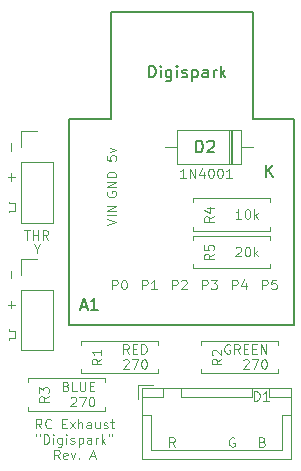
<source format=gto>
G04 #@! TF.GenerationSoftware,KiCad,Pcbnew,(5.1.8)-1*
G04 #@! TF.CreationDate,2023-12-01T01:38:55+01:00*
G04 #@! TF.ProjectId,RC Exhaust Digispark,52432045-7868-4617-9573-742044696769,rev?*
G04 #@! TF.SameCoordinates,Original*
G04 #@! TF.FileFunction,Legend,Top*
G04 #@! TF.FilePolarity,Positive*
%FSLAX46Y46*%
G04 Gerber Fmt 4.6, Leading zero omitted, Abs format (unit mm)*
G04 Created by KiCad (PCBNEW (5.1.8)-1) date 2023-12-01 01:38:55*
%MOMM*%
%LPD*%
G01*
G04 APERTURE LIST*
%ADD10C,0.100000*%
%ADD11C,0.120000*%
%ADD12C,0.150000*%
G04 APERTURE END LIST*
D10*
X121977142Y-104336857D02*
X122091428Y-104374952D01*
X122129523Y-104413047D01*
X122167619Y-104489238D01*
X122167619Y-104603523D01*
X122129523Y-104679714D01*
X122091428Y-104717809D01*
X122015238Y-104755904D01*
X121710476Y-104755904D01*
X121710476Y-103955904D01*
X121977142Y-103955904D01*
X122053333Y-103994000D01*
X122091428Y-104032095D01*
X122129523Y-104108285D01*
X122129523Y-104184476D01*
X122091428Y-104260666D01*
X122053333Y-104298761D01*
X121977142Y-104336857D01*
X121710476Y-104336857D01*
X119589523Y-103994000D02*
X119513333Y-103955904D01*
X119399047Y-103955904D01*
X119284761Y-103994000D01*
X119208571Y-104070190D01*
X119170476Y-104146380D01*
X119132380Y-104298761D01*
X119132380Y-104413047D01*
X119170476Y-104565428D01*
X119208571Y-104641619D01*
X119284761Y-104717809D01*
X119399047Y-104755904D01*
X119475238Y-104755904D01*
X119589523Y-104717809D01*
X119627619Y-104679714D01*
X119627619Y-104413047D01*
X119475238Y-104413047D01*
X114547619Y-104755904D02*
X114280952Y-104374952D01*
X114090476Y-104755904D02*
X114090476Y-103955904D01*
X114395238Y-103955904D01*
X114471428Y-103994000D01*
X114509523Y-104032095D01*
X114547619Y-104108285D01*
X114547619Y-104222571D01*
X114509523Y-104298761D01*
X114471428Y-104336857D01*
X114395238Y-104374952D01*
X114090476Y-104374952D01*
X119213809Y-96120000D02*
X119137619Y-96081904D01*
X119023333Y-96081904D01*
X118909047Y-96120000D01*
X118832857Y-96196190D01*
X118794761Y-96272380D01*
X118756666Y-96424761D01*
X118756666Y-96539047D01*
X118794761Y-96691428D01*
X118832857Y-96767619D01*
X118909047Y-96843809D01*
X119023333Y-96881904D01*
X119099523Y-96881904D01*
X119213809Y-96843809D01*
X119251904Y-96805714D01*
X119251904Y-96539047D01*
X119099523Y-96539047D01*
X120051904Y-96881904D02*
X119785238Y-96500952D01*
X119594761Y-96881904D02*
X119594761Y-96081904D01*
X119899523Y-96081904D01*
X119975714Y-96120000D01*
X120013809Y-96158095D01*
X120051904Y-96234285D01*
X120051904Y-96348571D01*
X120013809Y-96424761D01*
X119975714Y-96462857D01*
X119899523Y-96500952D01*
X119594761Y-96500952D01*
X120394761Y-96462857D02*
X120661428Y-96462857D01*
X120775714Y-96881904D02*
X120394761Y-96881904D01*
X120394761Y-96081904D01*
X120775714Y-96081904D01*
X121118571Y-96462857D02*
X121385238Y-96462857D01*
X121499523Y-96881904D02*
X121118571Y-96881904D01*
X121118571Y-96081904D01*
X121499523Y-96081904D01*
X121842380Y-96881904D02*
X121842380Y-96081904D01*
X122299523Y-96881904D01*
X122299523Y-96081904D01*
X110653809Y-96881904D02*
X110387142Y-96500952D01*
X110196666Y-96881904D02*
X110196666Y-96081904D01*
X110501428Y-96081904D01*
X110577619Y-96120000D01*
X110615714Y-96158095D01*
X110653809Y-96234285D01*
X110653809Y-96348571D01*
X110615714Y-96424761D01*
X110577619Y-96462857D01*
X110501428Y-96500952D01*
X110196666Y-96500952D01*
X110996666Y-96462857D02*
X111263333Y-96462857D01*
X111377619Y-96881904D02*
X110996666Y-96881904D01*
X110996666Y-96081904D01*
X111377619Y-96081904D01*
X111720476Y-96881904D02*
X111720476Y-96081904D01*
X111910952Y-96081904D01*
X112025238Y-96120000D01*
X112101428Y-96196190D01*
X112139523Y-96272380D01*
X112177619Y-96424761D01*
X112177619Y-96539047D01*
X112139523Y-96691428D01*
X112101428Y-96767619D01*
X112025238Y-96843809D01*
X111910952Y-96881904D01*
X111720476Y-96881904D01*
X105332619Y-99637857D02*
X105446904Y-99675952D01*
X105485000Y-99714047D01*
X105523095Y-99790238D01*
X105523095Y-99904523D01*
X105485000Y-99980714D01*
X105446904Y-100018809D01*
X105370714Y-100056904D01*
X105065952Y-100056904D01*
X105065952Y-99256904D01*
X105332619Y-99256904D01*
X105408809Y-99295000D01*
X105446904Y-99333095D01*
X105485000Y-99409285D01*
X105485000Y-99485476D01*
X105446904Y-99561666D01*
X105408809Y-99599761D01*
X105332619Y-99637857D01*
X105065952Y-99637857D01*
X106246904Y-100056904D02*
X105865952Y-100056904D01*
X105865952Y-99256904D01*
X106513571Y-99256904D02*
X106513571Y-99904523D01*
X106551666Y-99980714D01*
X106589761Y-100018809D01*
X106665952Y-100056904D01*
X106818333Y-100056904D01*
X106894523Y-100018809D01*
X106932619Y-99980714D01*
X106970714Y-99904523D01*
X106970714Y-99256904D01*
X107351666Y-99637857D02*
X107618333Y-99637857D01*
X107732619Y-100056904D02*
X107351666Y-100056904D01*
X107351666Y-99256904D01*
X107732619Y-99256904D01*
X100716142Y-93014761D02*
X100716142Y-92405238D01*
X101020904Y-92710000D02*
X100411380Y-92710000D01*
X100716142Y-90474761D02*
X100716142Y-89865238D01*
D11*
X101001900Y-95555500D02*
X100493900Y-95555500D01*
X101001900Y-94920500D02*
X101001900Y-95555500D01*
X100493900Y-94920500D02*
X100493900Y-94793500D01*
X100493900Y-94920500D02*
X101001900Y-94920500D01*
X100493900Y-95555500D02*
X100493900Y-95682500D01*
D10*
X102870000Y-87991952D02*
X102870000Y-88372904D01*
X102603333Y-87572904D02*
X102870000Y-87991952D01*
X103136666Y-87572904D01*
D11*
X100493900Y-84125500D02*
X101001900Y-84125500D01*
X100493900Y-84125500D02*
X100493900Y-83998500D01*
X101001900Y-84125500D02*
X101001900Y-84760500D01*
X101001900Y-84760500D02*
X100493900Y-84760500D01*
X100493900Y-84760500D02*
X100493900Y-84887500D01*
D10*
X100716142Y-82219761D02*
X100716142Y-81610238D01*
X101020904Y-81915000D02*
X100411380Y-81915000D01*
X100716142Y-79679761D02*
X100716142Y-79070238D01*
X101822380Y-86429904D02*
X102279523Y-86429904D01*
X102050952Y-87229904D02*
X102050952Y-86429904D01*
X102546190Y-87229904D02*
X102546190Y-86429904D01*
X102546190Y-86810857D02*
X103003333Y-86810857D01*
X103003333Y-87229904D02*
X103003333Y-86429904D01*
X103841428Y-87229904D02*
X103574761Y-86848952D01*
X103384285Y-87229904D02*
X103384285Y-86429904D01*
X103689047Y-86429904D01*
X103765238Y-86468000D01*
X103803333Y-86506095D01*
X103841428Y-86582285D01*
X103841428Y-86696571D01*
X103803333Y-86772761D01*
X103765238Y-86810857D01*
X103689047Y-86848952D01*
X103384285Y-86848952D01*
X103264047Y-103201904D02*
X102997380Y-102820952D01*
X102806904Y-103201904D02*
X102806904Y-102401904D01*
X103111666Y-102401904D01*
X103187857Y-102440000D01*
X103225952Y-102478095D01*
X103264047Y-102554285D01*
X103264047Y-102668571D01*
X103225952Y-102744761D01*
X103187857Y-102782857D01*
X103111666Y-102820952D01*
X102806904Y-102820952D01*
X104064047Y-103125714D02*
X104025952Y-103163809D01*
X103911666Y-103201904D01*
X103835476Y-103201904D01*
X103721190Y-103163809D01*
X103645000Y-103087619D01*
X103606904Y-103011428D01*
X103568809Y-102859047D01*
X103568809Y-102744761D01*
X103606904Y-102592380D01*
X103645000Y-102516190D01*
X103721190Y-102440000D01*
X103835476Y-102401904D01*
X103911666Y-102401904D01*
X104025952Y-102440000D01*
X104064047Y-102478095D01*
X105016428Y-102782857D02*
X105283095Y-102782857D01*
X105397380Y-103201904D02*
X105016428Y-103201904D01*
X105016428Y-102401904D01*
X105397380Y-102401904D01*
X105664047Y-103201904D02*
X106083095Y-102668571D01*
X105664047Y-102668571D02*
X106083095Y-103201904D01*
X106387857Y-103201904D02*
X106387857Y-102401904D01*
X106730714Y-103201904D02*
X106730714Y-102782857D01*
X106692619Y-102706666D01*
X106616428Y-102668571D01*
X106502142Y-102668571D01*
X106425952Y-102706666D01*
X106387857Y-102744761D01*
X107454523Y-103201904D02*
X107454523Y-102782857D01*
X107416428Y-102706666D01*
X107340238Y-102668571D01*
X107187857Y-102668571D01*
X107111666Y-102706666D01*
X107454523Y-103163809D02*
X107378333Y-103201904D01*
X107187857Y-103201904D01*
X107111666Y-103163809D01*
X107073571Y-103087619D01*
X107073571Y-103011428D01*
X107111666Y-102935238D01*
X107187857Y-102897142D01*
X107378333Y-102897142D01*
X107454523Y-102859047D01*
X108178333Y-102668571D02*
X108178333Y-103201904D01*
X107835476Y-102668571D02*
X107835476Y-103087619D01*
X107873571Y-103163809D01*
X107949761Y-103201904D01*
X108064047Y-103201904D01*
X108140238Y-103163809D01*
X108178333Y-103125714D01*
X108521190Y-103163809D02*
X108597380Y-103201904D01*
X108749761Y-103201904D01*
X108825952Y-103163809D01*
X108864047Y-103087619D01*
X108864047Y-103049523D01*
X108825952Y-102973333D01*
X108749761Y-102935238D01*
X108635476Y-102935238D01*
X108559285Y-102897142D01*
X108521190Y-102820952D01*
X108521190Y-102782857D01*
X108559285Y-102706666D01*
X108635476Y-102668571D01*
X108749761Y-102668571D01*
X108825952Y-102706666D01*
X109092619Y-102668571D02*
X109397380Y-102668571D01*
X109206904Y-102401904D02*
X109206904Y-103087619D01*
X109245000Y-103163809D01*
X109321190Y-103201904D01*
X109397380Y-103201904D01*
X102825952Y-103701904D02*
X102825952Y-103854285D01*
X103130714Y-103701904D02*
X103130714Y-103854285D01*
X103473571Y-104501904D02*
X103473571Y-103701904D01*
X103664047Y-103701904D01*
X103778333Y-103740000D01*
X103854523Y-103816190D01*
X103892619Y-103892380D01*
X103930714Y-104044761D01*
X103930714Y-104159047D01*
X103892619Y-104311428D01*
X103854523Y-104387619D01*
X103778333Y-104463809D01*
X103664047Y-104501904D01*
X103473571Y-104501904D01*
X104273571Y-104501904D02*
X104273571Y-103968571D01*
X104273571Y-103701904D02*
X104235476Y-103740000D01*
X104273571Y-103778095D01*
X104311666Y-103740000D01*
X104273571Y-103701904D01*
X104273571Y-103778095D01*
X104997380Y-103968571D02*
X104997380Y-104616190D01*
X104959285Y-104692380D01*
X104921190Y-104730476D01*
X104845000Y-104768571D01*
X104730714Y-104768571D01*
X104654523Y-104730476D01*
X104997380Y-104463809D02*
X104921190Y-104501904D01*
X104768809Y-104501904D01*
X104692619Y-104463809D01*
X104654523Y-104425714D01*
X104616428Y-104349523D01*
X104616428Y-104120952D01*
X104654523Y-104044761D01*
X104692619Y-104006666D01*
X104768809Y-103968571D01*
X104921190Y-103968571D01*
X104997380Y-104006666D01*
X105378333Y-104501904D02*
X105378333Y-103968571D01*
X105378333Y-103701904D02*
X105340238Y-103740000D01*
X105378333Y-103778095D01*
X105416428Y-103740000D01*
X105378333Y-103701904D01*
X105378333Y-103778095D01*
X105721190Y-104463809D02*
X105797380Y-104501904D01*
X105949761Y-104501904D01*
X106025952Y-104463809D01*
X106064047Y-104387619D01*
X106064047Y-104349523D01*
X106025952Y-104273333D01*
X105949761Y-104235238D01*
X105835476Y-104235238D01*
X105759285Y-104197142D01*
X105721190Y-104120952D01*
X105721190Y-104082857D01*
X105759285Y-104006666D01*
X105835476Y-103968571D01*
X105949761Y-103968571D01*
X106025952Y-104006666D01*
X106406904Y-103968571D02*
X106406904Y-104768571D01*
X106406904Y-104006666D02*
X106483095Y-103968571D01*
X106635476Y-103968571D01*
X106711666Y-104006666D01*
X106749761Y-104044761D01*
X106787857Y-104120952D01*
X106787857Y-104349523D01*
X106749761Y-104425714D01*
X106711666Y-104463809D01*
X106635476Y-104501904D01*
X106483095Y-104501904D01*
X106406904Y-104463809D01*
X107473571Y-104501904D02*
X107473571Y-104082857D01*
X107435476Y-104006666D01*
X107359285Y-103968571D01*
X107206904Y-103968571D01*
X107130714Y-104006666D01*
X107473571Y-104463809D02*
X107397380Y-104501904D01*
X107206904Y-104501904D01*
X107130714Y-104463809D01*
X107092619Y-104387619D01*
X107092619Y-104311428D01*
X107130714Y-104235238D01*
X107206904Y-104197142D01*
X107397380Y-104197142D01*
X107473571Y-104159047D01*
X107854523Y-104501904D02*
X107854523Y-103968571D01*
X107854523Y-104120952D02*
X107892619Y-104044761D01*
X107930714Y-104006666D01*
X108006904Y-103968571D01*
X108083095Y-103968571D01*
X108349761Y-104501904D02*
X108349761Y-103701904D01*
X108425952Y-104197142D02*
X108654523Y-104501904D01*
X108654523Y-103968571D02*
X108349761Y-104273333D01*
X108959285Y-103701904D02*
X108959285Y-103854285D01*
X109264047Y-103701904D02*
X109264047Y-103854285D01*
X104806904Y-105801904D02*
X104540238Y-105420952D01*
X104349761Y-105801904D02*
X104349761Y-105001904D01*
X104654523Y-105001904D01*
X104730714Y-105040000D01*
X104768809Y-105078095D01*
X104806904Y-105154285D01*
X104806904Y-105268571D01*
X104768809Y-105344761D01*
X104730714Y-105382857D01*
X104654523Y-105420952D01*
X104349761Y-105420952D01*
X105454523Y-105763809D02*
X105378333Y-105801904D01*
X105225952Y-105801904D01*
X105149761Y-105763809D01*
X105111666Y-105687619D01*
X105111666Y-105382857D01*
X105149761Y-105306666D01*
X105225952Y-105268571D01*
X105378333Y-105268571D01*
X105454523Y-105306666D01*
X105492619Y-105382857D01*
X105492619Y-105459047D01*
X105111666Y-105535238D01*
X105759285Y-105268571D02*
X105949761Y-105801904D01*
X106140238Y-105268571D01*
X106445000Y-105725714D02*
X106483095Y-105763809D01*
X106445000Y-105801904D01*
X106406904Y-105763809D01*
X106445000Y-105725714D01*
X106445000Y-105801904D01*
X107397380Y-105573333D02*
X107778333Y-105573333D01*
X107321190Y-105801904D02*
X107587857Y-105001904D01*
X107854523Y-105801904D01*
D11*
X106585000Y-95785000D02*
X106585000Y-96115000D01*
X113125000Y-95785000D02*
X106585000Y-95785000D01*
X113125000Y-96115000D02*
X113125000Y-95785000D01*
X106585000Y-98525000D02*
X106585000Y-98195000D01*
X113125000Y-98525000D02*
X106585000Y-98525000D01*
X113125000Y-98195000D02*
X113125000Y-98525000D01*
X123285000Y-98195000D02*
X123285000Y-98525000D01*
X123285000Y-98525000D02*
X116745000Y-98525000D01*
X116745000Y-98525000D02*
X116745000Y-98195000D01*
X123285000Y-96115000D02*
X123285000Y-95785000D01*
X123285000Y-95785000D02*
X116745000Y-95785000D01*
X116745000Y-95785000D02*
X116745000Y-96115000D01*
X101540000Y-96580000D02*
X104200000Y-96580000D01*
X101540000Y-91440000D02*
X101540000Y-96580000D01*
X104200000Y-91440000D02*
X104200000Y-96580000D01*
X101540000Y-91440000D02*
X104200000Y-91440000D01*
X101540000Y-90170000D02*
X101540000Y-88840000D01*
X101540000Y-88840000D02*
X102870000Y-88840000D01*
X101540000Y-78045000D02*
X102870000Y-78045000D01*
X101540000Y-79375000D02*
X101540000Y-78045000D01*
X101540000Y-80645000D02*
X104200000Y-80645000D01*
X104200000Y-80645000D02*
X104200000Y-85785000D01*
X101540000Y-80645000D02*
X101540000Y-85785000D01*
X101540000Y-85785000D02*
X104200000Y-85785000D01*
X102140000Y-99290000D02*
X102140000Y-98960000D01*
X102140000Y-98960000D02*
X108680000Y-98960000D01*
X108680000Y-98960000D02*
X108680000Y-99290000D01*
X102140000Y-101370000D02*
X102140000Y-101700000D01*
X102140000Y-101700000D02*
X108680000Y-101700000D01*
X108680000Y-101700000D02*
X108680000Y-101370000D01*
X116110000Y-83720000D02*
X116110000Y-84050000D01*
X122650000Y-83720000D02*
X116110000Y-83720000D01*
X122650000Y-84050000D02*
X122650000Y-83720000D01*
X116110000Y-86460000D02*
X116110000Y-86130000D01*
X122650000Y-86460000D02*
X116110000Y-86460000D01*
X122650000Y-86130000D02*
X122650000Y-86460000D01*
X116110000Y-87225000D02*
X116110000Y-86895000D01*
X116110000Y-86895000D02*
X122650000Y-86895000D01*
X122650000Y-86895000D02*
X122650000Y-87225000D01*
X116110000Y-89305000D02*
X116110000Y-89635000D01*
X116110000Y-89635000D02*
X122650000Y-89635000D01*
X122650000Y-89635000D02*
X122650000Y-89305000D01*
X111450000Y-99485000D02*
X111450000Y-100735000D01*
X112700000Y-99485000D02*
X111450000Y-99485000D01*
X123600000Y-104985000D02*
X118050000Y-104985000D01*
X123600000Y-102035000D02*
X123600000Y-104985000D01*
X124350000Y-102035000D02*
X123600000Y-102035000D01*
X112500000Y-104985000D02*
X118050000Y-104985000D01*
X112500000Y-102035000D02*
X112500000Y-104985000D01*
X111750000Y-102035000D02*
X112500000Y-102035000D01*
X124350000Y-99785000D02*
X122550000Y-99785000D01*
X124350000Y-100535000D02*
X124350000Y-99785000D01*
X122550000Y-100535000D02*
X124350000Y-100535000D01*
X122550000Y-99785000D02*
X122550000Y-100535000D01*
X113550000Y-99785000D02*
X111750000Y-99785000D01*
X113550000Y-100535000D02*
X113550000Y-99785000D01*
X111750000Y-100535000D02*
X113550000Y-100535000D01*
X111750000Y-99785000D02*
X111750000Y-100535000D01*
X121050000Y-99785000D02*
X115050000Y-99785000D01*
X121050000Y-100535000D02*
X121050000Y-99785000D01*
X115050000Y-100535000D02*
X121050000Y-100535000D01*
X115050000Y-99785000D02*
X115050000Y-100535000D01*
X124360000Y-99775000D02*
X111740000Y-99775000D01*
X124360000Y-105745000D02*
X124360000Y-99775000D01*
X111740000Y-105745000D02*
X124360000Y-105745000D01*
X111740000Y-99775000D02*
X111740000Y-105745000D01*
D12*
X105605000Y-76960000D02*
X105605000Y-94460000D01*
X124605000Y-76960000D02*
X124605000Y-94460000D01*
X109145000Y-67960000D02*
X109145000Y-76960000D01*
X109145000Y-76960000D02*
X105605000Y-76960000D01*
X121175000Y-67960000D02*
X121175000Y-76960000D01*
X105605000Y-94460000D02*
X124605000Y-94460000D01*
X121175000Y-67960000D02*
X109145000Y-67960000D01*
X121175000Y-76960000D02*
X124605000Y-76960000D01*
D11*
X120195000Y-80845000D02*
X120195000Y-77905000D01*
X120195000Y-77905000D02*
X114755000Y-77905000D01*
X114755000Y-77905000D02*
X114755000Y-80845000D01*
X114755000Y-80845000D02*
X120195000Y-80845000D01*
X121215000Y-79375000D02*
X120195000Y-79375000D01*
X113735000Y-79375000D02*
X114755000Y-79375000D01*
X119295000Y-80845000D02*
X119295000Y-77905000D01*
X119175000Y-80845000D02*
X119175000Y-77905000D01*
X119415000Y-80845000D02*
X119415000Y-77905000D01*
D10*
X108311904Y-97288333D02*
X107930952Y-97555000D01*
X108311904Y-97745476D02*
X107511904Y-97745476D01*
X107511904Y-97440714D01*
X107550000Y-97364523D01*
X107588095Y-97326428D01*
X107664285Y-97288333D01*
X107778571Y-97288333D01*
X107854761Y-97326428D01*
X107892857Y-97364523D01*
X107930952Y-97440714D01*
X107930952Y-97745476D01*
X108311904Y-96526428D02*
X108311904Y-96983571D01*
X108311904Y-96755000D02*
X107511904Y-96755000D01*
X107626190Y-96831190D01*
X107702380Y-96907380D01*
X107740476Y-96983571D01*
X110196666Y-97428095D02*
X110234761Y-97390000D01*
X110310952Y-97351904D01*
X110501428Y-97351904D01*
X110577619Y-97390000D01*
X110615714Y-97428095D01*
X110653809Y-97504285D01*
X110653809Y-97580476D01*
X110615714Y-97694761D01*
X110158571Y-98151904D01*
X110653809Y-98151904D01*
X110920476Y-97351904D02*
X111453809Y-97351904D01*
X111110952Y-98151904D01*
X111910952Y-97351904D02*
X111987142Y-97351904D01*
X112063333Y-97390000D01*
X112101428Y-97428095D01*
X112139523Y-97504285D01*
X112177619Y-97656666D01*
X112177619Y-97847142D01*
X112139523Y-97999523D01*
X112101428Y-98075714D01*
X112063333Y-98113809D01*
X111987142Y-98151904D01*
X111910952Y-98151904D01*
X111834761Y-98113809D01*
X111796666Y-98075714D01*
X111758571Y-97999523D01*
X111720476Y-97847142D01*
X111720476Y-97656666D01*
X111758571Y-97504285D01*
X111796666Y-97428095D01*
X111834761Y-97390000D01*
X111910952Y-97351904D01*
X118471904Y-97288333D02*
X118090952Y-97555000D01*
X118471904Y-97745476D02*
X117671904Y-97745476D01*
X117671904Y-97440714D01*
X117710000Y-97364523D01*
X117748095Y-97326428D01*
X117824285Y-97288333D01*
X117938571Y-97288333D01*
X118014761Y-97326428D01*
X118052857Y-97364523D01*
X118090952Y-97440714D01*
X118090952Y-97745476D01*
X117748095Y-96983571D02*
X117710000Y-96945476D01*
X117671904Y-96869285D01*
X117671904Y-96678809D01*
X117710000Y-96602619D01*
X117748095Y-96564523D01*
X117824285Y-96526428D01*
X117900476Y-96526428D01*
X118014761Y-96564523D01*
X118471904Y-97021666D01*
X118471904Y-96526428D01*
X120356666Y-97428095D02*
X120394761Y-97390000D01*
X120470952Y-97351904D01*
X120661428Y-97351904D01*
X120737619Y-97390000D01*
X120775714Y-97428095D01*
X120813809Y-97504285D01*
X120813809Y-97580476D01*
X120775714Y-97694761D01*
X120318571Y-98151904D01*
X120813809Y-98151904D01*
X121080476Y-97351904D02*
X121613809Y-97351904D01*
X121270952Y-98151904D01*
X122070952Y-97351904D02*
X122147142Y-97351904D01*
X122223333Y-97390000D01*
X122261428Y-97428095D01*
X122299523Y-97504285D01*
X122337619Y-97656666D01*
X122337619Y-97847142D01*
X122299523Y-97999523D01*
X122261428Y-98075714D01*
X122223333Y-98113809D01*
X122147142Y-98151904D01*
X122070952Y-98151904D01*
X121994761Y-98113809D01*
X121956666Y-98075714D01*
X121918571Y-97999523D01*
X121880476Y-97847142D01*
X121880476Y-97656666D01*
X121918571Y-97504285D01*
X121956666Y-97428095D01*
X121994761Y-97390000D01*
X122070952Y-97351904D01*
X103866904Y-100463333D02*
X103485952Y-100730000D01*
X103866904Y-100920476D02*
X103066904Y-100920476D01*
X103066904Y-100615714D01*
X103105000Y-100539523D01*
X103143095Y-100501428D01*
X103219285Y-100463333D01*
X103333571Y-100463333D01*
X103409761Y-100501428D01*
X103447857Y-100539523D01*
X103485952Y-100615714D01*
X103485952Y-100920476D01*
X103066904Y-100196666D02*
X103066904Y-99701428D01*
X103371666Y-99968095D01*
X103371666Y-99853809D01*
X103409761Y-99777619D01*
X103447857Y-99739523D01*
X103524047Y-99701428D01*
X103714523Y-99701428D01*
X103790714Y-99739523D01*
X103828809Y-99777619D01*
X103866904Y-99853809D01*
X103866904Y-100082380D01*
X103828809Y-100158571D01*
X103790714Y-100196666D01*
X105751666Y-100603095D02*
X105789761Y-100565000D01*
X105865952Y-100526904D01*
X106056428Y-100526904D01*
X106132619Y-100565000D01*
X106170714Y-100603095D01*
X106208809Y-100679285D01*
X106208809Y-100755476D01*
X106170714Y-100869761D01*
X105713571Y-101326904D01*
X106208809Y-101326904D01*
X106475476Y-100526904D02*
X107008809Y-100526904D01*
X106665952Y-101326904D01*
X107465952Y-100526904D02*
X107542142Y-100526904D01*
X107618333Y-100565000D01*
X107656428Y-100603095D01*
X107694523Y-100679285D01*
X107732619Y-100831666D01*
X107732619Y-101022142D01*
X107694523Y-101174523D01*
X107656428Y-101250714D01*
X107618333Y-101288809D01*
X107542142Y-101326904D01*
X107465952Y-101326904D01*
X107389761Y-101288809D01*
X107351666Y-101250714D01*
X107313571Y-101174523D01*
X107275476Y-101022142D01*
X107275476Y-100831666D01*
X107313571Y-100679285D01*
X107351666Y-100603095D01*
X107389761Y-100565000D01*
X107465952Y-100526904D01*
X117836904Y-85223333D02*
X117455952Y-85490000D01*
X117836904Y-85680476D02*
X117036904Y-85680476D01*
X117036904Y-85375714D01*
X117075000Y-85299523D01*
X117113095Y-85261428D01*
X117189285Y-85223333D01*
X117303571Y-85223333D01*
X117379761Y-85261428D01*
X117417857Y-85299523D01*
X117455952Y-85375714D01*
X117455952Y-85680476D01*
X117303571Y-84537619D02*
X117836904Y-84537619D01*
X116998809Y-84728095D02*
X117570238Y-84918571D01*
X117570238Y-84423333D01*
X120173809Y-85451904D02*
X119716666Y-85451904D01*
X119945238Y-85451904D02*
X119945238Y-84651904D01*
X119869047Y-84766190D01*
X119792857Y-84842380D01*
X119716666Y-84880476D01*
X120669047Y-84651904D02*
X120745238Y-84651904D01*
X120821428Y-84690000D01*
X120859523Y-84728095D01*
X120897619Y-84804285D01*
X120935714Y-84956666D01*
X120935714Y-85147142D01*
X120897619Y-85299523D01*
X120859523Y-85375714D01*
X120821428Y-85413809D01*
X120745238Y-85451904D01*
X120669047Y-85451904D01*
X120592857Y-85413809D01*
X120554761Y-85375714D01*
X120516666Y-85299523D01*
X120478571Y-85147142D01*
X120478571Y-84956666D01*
X120516666Y-84804285D01*
X120554761Y-84728095D01*
X120592857Y-84690000D01*
X120669047Y-84651904D01*
X121278571Y-85451904D02*
X121278571Y-84651904D01*
X121354761Y-85147142D02*
X121583333Y-85451904D01*
X121583333Y-84918571D02*
X121278571Y-85223333D01*
X117836904Y-88398333D02*
X117455952Y-88665000D01*
X117836904Y-88855476D02*
X117036904Y-88855476D01*
X117036904Y-88550714D01*
X117075000Y-88474523D01*
X117113095Y-88436428D01*
X117189285Y-88398333D01*
X117303571Y-88398333D01*
X117379761Y-88436428D01*
X117417857Y-88474523D01*
X117455952Y-88550714D01*
X117455952Y-88855476D01*
X117036904Y-87674523D02*
X117036904Y-88055476D01*
X117417857Y-88093571D01*
X117379761Y-88055476D01*
X117341666Y-87979285D01*
X117341666Y-87788809D01*
X117379761Y-87712619D01*
X117417857Y-87674523D01*
X117494047Y-87636428D01*
X117684523Y-87636428D01*
X117760714Y-87674523D01*
X117798809Y-87712619D01*
X117836904Y-87788809D01*
X117836904Y-87979285D01*
X117798809Y-88055476D01*
X117760714Y-88093571D01*
X119716666Y-87903095D02*
X119754761Y-87865000D01*
X119830952Y-87826904D01*
X120021428Y-87826904D01*
X120097619Y-87865000D01*
X120135714Y-87903095D01*
X120173809Y-87979285D01*
X120173809Y-88055476D01*
X120135714Y-88169761D01*
X119678571Y-88626904D01*
X120173809Y-88626904D01*
X120669047Y-87826904D02*
X120745238Y-87826904D01*
X120821428Y-87865000D01*
X120859523Y-87903095D01*
X120897619Y-87979285D01*
X120935714Y-88131666D01*
X120935714Y-88322142D01*
X120897619Y-88474523D01*
X120859523Y-88550714D01*
X120821428Y-88588809D01*
X120745238Y-88626904D01*
X120669047Y-88626904D01*
X120592857Y-88588809D01*
X120554761Y-88550714D01*
X120516666Y-88474523D01*
X120478571Y-88322142D01*
X120478571Y-88131666D01*
X120516666Y-87979285D01*
X120554761Y-87903095D01*
X120592857Y-87865000D01*
X120669047Y-87826904D01*
X121278571Y-88626904D02*
X121278571Y-87826904D01*
X121354761Y-88322142D02*
X121583333Y-88626904D01*
X121583333Y-88093571D02*
X121278571Y-88398333D01*
X121278723Y-100844304D02*
X121278723Y-100044304D01*
X121469200Y-100044304D01*
X121583485Y-100082400D01*
X121659676Y-100158590D01*
X121697771Y-100234780D01*
X121735866Y-100387161D01*
X121735866Y-100501447D01*
X121697771Y-100653828D01*
X121659676Y-100730019D01*
X121583485Y-100806209D01*
X121469200Y-100844304D01*
X121278723Y-100844304D01*
X122497771Y-100844304D02*
X122040628Y-100844304D01*
X122269200Y-100844304D02*
X122269200Y-100044304D01*
X122193009Y-100158590D01*
X122116819Y-100234780D01*
X122040628Y-100272876D01*
D12*
X106600714Y-92876666D02*
X107076904Y-92876666D01*
X106505476Y-93162380D02*
X106838809Y-92162380D01*
X107172142Y-93162380D01*
X108029285Y-93162380D02*
X107457857Y-93162380D01*
X107743571Y-93162380D02*
X107743571Y-92162380D01*
X107648333Y-92305238D01*
X107553095Y-92400476D01*
X107457857Y-92448095D01*
X112355714Y-73477380D02*
X112355714Y-72477380D01*
X112593809Y-72477380D01*
X112736666Y-72525000D01*
X112831904Y-72620238D01*
X112879523Y-72715476D01*
X112927142Y-72905952D01*
X112927142Y-73048809D01*
X112879523Y-73239285D01*
X112831904Y-73334523D01*
X112736666Y-73429761D01*
X112593809Y-73477380D01*
X112355714Y-73477380D01*
X113355714Y-73477380D02*
X113355714Y-72810714D01*
X113355714Y-72477380D02*
X113308095Y-72525000D01*
X113355714Y-72572619D01*
X113403333Y-72525000D01*
X113355714Y-72477380D01*
X113355714Y-72572619D01*
X114260476Y-72810714D02*
X114260476Y-73620238D01*
X114212857Y-73715476D01*
X114165238Y-73763095D01*
X114070000Y-73810714D01*
X113927142Y-73810714D01*
X113831904Y-73763095D01*
X114260476Y-73429761D02*
X114165238Y-73477380D01*
X113974761Y-73477380D01*
X113879523Y-73429761D01*
X113831904Y-73382142D01*
X113784285Y-73286904D01*
X113784285Y-73001190D01*
X113831904Y-72905952D01*
X113879523Y-72858333D01*
X113974761Y-72810714D01*
X114165238Y-72810714D01*
X114260476Y-72858333D01*
X114736666Y-73477380D02*
X114736666Y-72810714D01*
X114736666Y-72477380D02*
X114689047Y-72525000D01*
X114736666Y-72572619D01*
X114784285Y-72525000D01*
X114736666Y-72477380D01*
X114736666Y-72572619D01*
X115165238Y-73429761D02*
X115260476Y-73477380D01*
X115450952Y-73477380D01*
X115546190Y-73429761D01*
X115593809Y-73334523D01*
X115593809Y-73286904D01*
X115546190Y-73191666D01*
X115450952Y-73144047D01*
X115308095Y-73144047D01*
X115212857Y-73096428D01*
X115165238Y-73001190D01*
X115165238Y-72953571D01*
X115212857Y-72858333D01*
X115308095Y-72810714D01*
X115450952Y-72810714D01*
X115546190Y-72858333D01*
X116022380Y-72810714D02*
X116022380Y-73810714D01*
X116022380Y-72858333D02*
X116117619Y-72810714D01*
X116308095Y-72810714D01*
X116403333Y-72858333D01*
X116450952Y-72905952D01*
X116498571Y-73001190D01*
X116498571Y-73286904D01*
X116450952Y-73382142D01*
X116403333Y-73429761D01*
X116308095Y-73477380D01*
X116117619Y-73477380D01*
X116022380Y-73429761D01*
X117355714Y-73477380D02*
X117355714Y-72953571D01*
X117308095Y-72858333D01*
X117212857Y-72810714D01*
X117022380Y-72810714D01*
X116927142Y-72858333D01*
X117355714Y-73429761D02*
X117260476Y-73477380D01*
X117022380Y-73477380D01*
X116927142Y-73429761D01*
X116879523Y-73334523D01*
X116879523Y-73239285D01*
X116927142Y-73144047D01*
X117022380Y-73096428D01*
X117260476Y-73096428D01*
X117355714Y-73048809D01*
X117831904Y-73477380D02*
X117831904Y-72810714D01*
X117831904Y-73001190D02*
X117879523Y-72905952D01*
X117927142Y-72858333D01*
X118022380Y-72810714D01*
X118117619Y-72810714D01*
X118450952Y-73477380D02*
X118450952Y-72477380D01*
X118546190Y-73096428D02*
X118831904Y-73477380D01*
X118831904Y-72810714D02*
X118450952Y-73191666D01*
D10*
X108781904Y-80124285D02*
X108781904Y-80505238D01*
X109162857Y-80543333D01*
X109124761Y-80505238D01*
X109086666Y-80429047D01*
X109086666Y-80238571D01*
X109124761Y-80162380D01*
X109162857Y-80124285D01*
X109239047Y-80086190D01*
X109429523Y-80086190D01*
X109505714Y-80124285D01*
X109543809Y-80162380D01*
X109581904Y-80238571D01*
X109581904Y-80429047D01*
X109543809Y-80505238D01*
X109505714Y-80543333D01*
X109048571Y-79819523D02*
X109581904Y-79629047D01*
X109048571Y-79438571D01*
X108820000Y-83159523D02*
X108781904Y-83235714D01*
X108781904Y-83350000D01*
X108820000Y-83464285D01*
X108896190Y-83540476D01*
X108972380Y-83578571D01*
X109124761Y-83616666D01*
X109239047Y-83616666D01*
X109391428Y-83578571D01*
X109467619Y-83540476D01*
X109543809Y-83464285D01*
X109581904Y-83350000D01*
X109581904Y-83273809D01*
X109543809Y-83159523D01*
X109505714Y-83121428D01*
X109239047Y-83121428D01*
X109239047Y-83273809D01*
X109581904Y-82778571D02*
X108781904Y-82778571D01*
X109581904Y-82321428D01*
X108781904Y-82321428D01*
X109581904Y-81940476D02*
X108781904Y-81940476D01*
X108781904Y-81750000D01*
X108820000Y-81635714D01*
X108896190Y-81559523D01*
X108972380Y-81521428D01*
X109124761Y-81483333D01*
X109239047Y-81483333D01*
X109391428Y-81521428D01*
X109467619Y-81559523D01*
X109543809Y-81635714D01*
X109581904Y-81750000D01*
X109581904Y-81940476D01*
X108781904Y-85966190D02*
X109581904Y-85699523D01*
X108781904Y-85432857D01*
X109581904Y-85166190D02*
X108781904Y-85166190D01*
X109581904Y-84785238D02*
X108781904Y-84785238D01*
X109581904Y-84328095D01*
X108781904Y-84328095D01*
X111804523Y-91420904D02*
X111804523Y-90620904D01*
X112109285Y-90620904D01*
X112185476Y-90659000D01*
X112223571Y-90697095D01*
X112261666Y-90773285D01*
X112261666Y-90887571D01*
X112223571Y-90963761D01*
X112185476Y-91001857D01*
X112109285Y-91039952D01*
X111804523Y-91039952D01*
X113023571Y-91420904D02*
X112566428Y-91420904D01*
X112795000Y-91420904D02*
X112795000Y-90620904D01*
X112718809Y-90735190D01*
X112642619Y-90811380D01*
X112566428Y-90849476D01*
X114344523Y-91420904D02*
X114344523Y-90620904D01*
X114649285Y-90620904D01*
X114725476Y-90659000D01*
X114763571Y-90697095D01*
X114801666Y-90773285D01*
X114801666Y-90887571D01*
X114763571Y-90963761D01*
X114725476Y-91001857D01*
X114649285Y-91039952D01*
X114344523Y-91039952D01*
X115106428Y-90697095D02*
X115144523Y-90659000D01*
X115220714Y-90620904D01*
X115411190Y-90620904D01*
X115487380Y-90659000D01*
X115525476Y-90697095D01*
X115563571Y-90773285D01*
X115563571Y-90849476D01*
X115525476Y-90963761D01*
X115068333Y-91420904D01*
X115563571Y-91420904D01*
X116884523Y-91420904D02*
X116884523Y-90620904D01*
X117189285Y-90620904D01*
X117265476Y-90659000D01*
X117303571Y-90697095D01*
X117341666Y-90773285D01*
X117341666Y-90887571D01*
X117303571Y-90963761D01*
X117265476Y-91001857D01*
X117189285Y-91039952D01*
X116884523Y-91039952D01*
X117608333Y-90620904D02*
X118103571Y-90620904D01*
X117836904Y-90925666D01*
X117951190Y-90925666D01*
X118027380Y-90963761D01*
X118065476Y-91001857D01*
X118103571Y-91078047D01*
X118103571Y-91268523D01*
X118065476Y-91344714D01*
X118027380Y-91382809D01*
X117951190Y-91420904D01*
X117722619Y-91420904D01*
X117646428Y-91382809D01*
X117608333Y-91344714D01*
X119424523Y-91420904D02*
X119424523Y-90620904D01*
X119729285Y-90620904D01*
X119805476Y-90659000D01*
X119843571Y-90697095D01*
X119881666Y-90773285D01*
X119881666Y-90887571D01*
X119843571Y-90963761D01*
X119805476Y-91001857D01*
X119729285Y-91039952D01*
X119424523Y-91039952D01*
X120567380Y-90887571D02*
X120567380Y-91420904D01*
X120376904Y-90582809D02*
X120186428Y-91154238D01*
X120681666Y-91154238D01*
X121964523Y-91420904D02*
X121964523Y-90620904D01*
X122269285Y-90620904D01*
X122345476Y-90659000D01*
X122383571Y-90697095D01*
X122421666Y-90773285D01*
X122421666Y-90887571D01*
X122383571Y-90963761D01*
X122345476Y-91001857D01*
X122269285Y-91039952D01*
X121964523Y-91039952D01*
X123145476Y-90620904D02*
X122764523Y-90620904D01*
X122726428Y-91001857D01*
X122764523Y-90963761D01*
X122840714Y-90925666D01*
X123031190Y-90925666D01*
X123107380Y-90963761D01*
X123145476Y-91001857D01*
X123183571Y-91078047D01*
X123183571Y-91268523D01*
X123145476Y-91344714D01*
X123107380Y-91382809D01*
X123031190Y-91420904D01*
X122840714Y-91420904D01*
X122764523Y-91382809D01*
X122726428Y-91344714D01*
X109264523Y-91420904D02*
X109264523Y-90620904D01*
X109569285Y-90620904D01*
X109645476Y-90659000D01*
X109683571Y-90697095D01*
X109721666Y-90773285D01*
X109721666Y-90887571D01*
X109683571Y-90963761D01*
X109645476Y-91001857D01*
X109569285Y-91039952D01*
X109264523Y-91039952D01*
X110216904Y-90620904D02*
X110293095Y-90620904D01*
X110369285Y-90659000D01*
X110407380Y-90697095D01*
X110445476Y-90773285D01*
X110483571Y-90925666D01*
X110483571Y-91116142D01*
X110445476Y-91268523D01*
X110407380Y-91344714D01*
X110369285Y-91382809D01*
X110293095Y-91420904D01*
X110216904Y-91420904D01*
X110140714Y-91382809D01*
X110102619Y-91344714D01*
X110064523Y-91268523D01*
X110026428Y-91116142D01*
X110026428Y-90925666D01*
X110064523Y-90773285D01*
X110102619Y-90697095D01*
X110140714Y-90659000D01*
X110216904Y-90620904D01*
D12*
X116355904Y-79827380D02*
X116355904Y-78827380D01*
X116594000Y-78827380D01*
X116736857Y-78875000D01*
X116832095Y-78970238D01*
X116879714Y-79065476D01*
X116927333Y-79255952D01*
X116927333Y-79398809D01*
X116879714Y-79589285D01*
X116832095Y-79684523D01*
X116736857Y-79779761D01*
X116594000Y-79827380D01*
X116355904Y-79827380D01*
X117308285Y-78922619D02*
X117355904Y-78875000D01*
X117451142Y-78827380D01*
X117689238Y-78827380D01*
X117784476Y-78875000D01*
X117832095Y-78922619D01*
X117879714Y-79017857D01*
X117879714Y-79113095D01*
X117832095Y-79255952D01*
X117260666Y-79827380D01*
X117879714Y-79827380D01*
D10*
X115481314Y-81997504D02*
X115024171Y-81997504D01*
X115252742Y-81997504D02*
X115252742Y-81197504D01*
X115176552Y-81311790D01*
X115100361Y-81387980D01*
X115024171Y-81426076D01*
X115824171Y-81997504D02*
X115824171Y-81197504D01*
X116281314Y-81997504D01*
X116281314Y-81197504D01*
X117005123Y-81464171D02*
X117005123Y-81997504D01*
X116814647Y-81159409D02*
X116624171Y-81730838D01*
X117119409Y-81730838D01*
X117576552Y-81197504D02*
X117652742Y-81197504D01*
X117728933Y-81235600D01*
X117767028Y-81273695D01*
X117805123Y-81349885D01*
X117843219Y-81502266D01*
X117843219Y-81692742D01*
X117805123Y-81845123D01*
X117767028Y-81921314D01*
X117728933Y-81959409D01*
X117652742Y-81997504D01*
X117576552Y-81997504D01*
X117500361Y-81959409D01*
X117462266Y-81921314D01*
X117424171Y-81845123D01*
X117386076Y-81692742D01*
X117386076Y-81502266D01*
X117424171Y-81349885D01*
X117462266Y-81273695D01*
X117500361Y-81235600D01*
X117576552Y-81197504D01*
X118338457Y-81197504D02*
X118414647Y-81197504D01*
X118490838Y-81235600D01*
X118528933Y-81273695D01*
X118567028Y-81349885D01*
X118605123Y-81502266D01*
X118605123Y-81692742D01*
X118567028Y-81845123D01*
X118528933Y-81921314D01*
X118490838Y-81959409D01*
X118414647Y-81997504D01*
X118338457Y-81997504D01*
X118262266Y-81959409D01*
X118224171Y-81921314D01*
X118186076Y-81845123D01*
X118147980Y-81692742D01*
X118147980Y-81502266D01*
X118186076Y-81349885D01*
X118224171Y-81273695D01*
X118262266Y-81235600D01*
X118338457Y-81197504D01*
X119367028Y-81997504D02*
X118909885Y-81997504D01*
X119138457Y-81997504D02*
X119138457Y-81197504D01*
X119062266Y-81311790D01*
X118986076Y-81387980D01*
X118909885Y-81426076D01*
D12*
X122293095Y-81927380D02*
X122293095Y-80927380D01*
X122864523Y-81927380D02*
X122435952Y-81355952D01*
X122864523Y-80927380D02*
X122293095Y-81498809D01*
M02*

</source>
